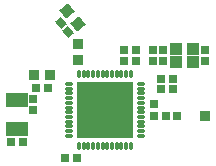
<source format=gts>
G04 Layer_Color=8388736*
%FSLAX24Y24*%
%MOIN*%
G70*
G01*
G75*
%ADD35R,0.0257X0.0296*%
%ADD36R,0.0434X0.0395*%
%ADD37R,0.0296X0.0257*%
%ADD38R,0.0316X0.0257*%
%ADD39R,0.0355X0.0375*%
%ADD40R,0.0769X0.0454*%
%ADD41R,0.0360X0.0360*%
%ADD42R,0.0375X0.0355*%
G04:AMPARAMS|DCode=43|XSize=25.7mil|YSize=31.6mil|CornerRadius=0mil|HoleSize=0mil|Usage=FLASHONLY|Rotation=40.000|XOffset=0mil|YOffset=0mil|HoleType=Round|Shape=Rectangle|*
%AMROTATEDRECTD43*
4,1,4,0.0003,-0.0204,-0.0200,0.0038,-0.0003,0.0204,0.0200,-0.0038,0.0003,-0.0204,0.0*
%
%ADD43ROTATEDRECTD43*%

G04:AMPARAMS|DCode=44|XSize=37.5mil|YSize=35.5mil|CornerRadius=0mil|HoleSize=0mil|Usage=FLASHONLY|Rotation=40.000|XOffset=0mil|YOffset=0mil|HoleType=Round|Shape=Rectangle|*
%AMROTATEDRECTD44*
4,1,4,-0.0029,-0.0257,-0.0258,0.0016,0.0029,0.0257,0.0258,-0.0016,-0.0029,-0.0257,0.0*
%
%ADD44ROTATEDRECTD44*%

%ADD45O,0.0316X0.0139*%
%ADD46O,0.0139X0.0316*%
%ADD47R,0.1910X0.1910*%
D35*
X-2380Y-17D02*
D03*
Y377D02*
D03*
X1030Y2007D02*
D03*
Y1613D02*
D03*
X1940Y2007D02*
D03*
Y1613D02*
D03*
X1650Y-197D02*
D03*
Y197D02*
D03*
X1590Y2007D02*
D03*
Y1613D02*
D03*
X3340Y1613D02*
D03*
Y2007D02*
D03*
X650Y1613D02*
D03*
Y2007D02*
D03*
D36*
X2354Y1584D02*
D03*
Y2036D02*
D03*
X2925D02*
D03*
Y1584D02*
D03*
D37*
X-2297Y740D02*
D03*
X-1903D02*
D03*
X1883Y680D02*
D03*
X2277D02*
D03*
X2277Y1030D02*
D03*
X1883D02*
D03*
X-3137Y-1060D02*
D03*
X-2743D02*
D03*
X-1317Y-1610D02*
D03*
X-923D02*
D03*
D38*
X2023Y-200D02*
D03*
X2397D02*
D03*
D39*
X-1834Y1150D02*
D03*
X-2366D02*
D03*
D40*
X-2940Y342D02*
D03*
Y-642D02*
D03*
D41*
X3350Y-197D02*
D03*
D42*
X-890Y2188D02*
D03*
Y1656D02*
D03*
D43*
X-1230Y2599D02*
D03*
X-1470Y2885D02*
D03*
D44*
X-1251Y3286D02*
D03*
X-909Y2878D02*
D03*
D45*
X-1191Y866D02*
D03*
Y709D02*
D03*
Y551D02*
D03*
Y394D02*
D03*
Y236D02*
D03*
Y79D02*
D03*
Y-79D02*
D03*
Y-236D02*
D03*
Y-394D02*
D03*
Y-551D02*
D03*
Y-709D02*
D03*
Y-866D02*
D03*
X1191D02*
D03*
Y-709D02*
D03*
Y-551D02*
D03*
Y-394D02*
D03*
Y-236D02*
D03*
Y-79D02*
D03*
Y79D02*
D03*
Y236D02*
D03*
Y394D02*
D03*
Y551D02*
D03*
Y709D02*
D03*
Y866D02*
D03*
D46*
X-866Y-1191D02*
D03*
X-709D02*
D03*
X-551D02*
D03*
X-394D02*
D03*
X-236D02*
D03*
X-79D02*
D03*
X79D02*
D03*
X236D02*
D03*
X394D02*
D03*
X551D02*
D03*
X709D02*
D03*
X866D02*
D03*
Y1191D02*
D03*
X709D02*
D03*
X551D02*
D03*
X394D02*
D03*
X236D02*
D03*
X79D02*
D03*
X-79D02*
D03*
X-236D02*
D03*
X-394D02*
D03*
X-551D02*
D03*
X-709D02*
D03*
X-866D02*
D03*
D47*
X0Y0D02*
D03*
M02*

</source>
